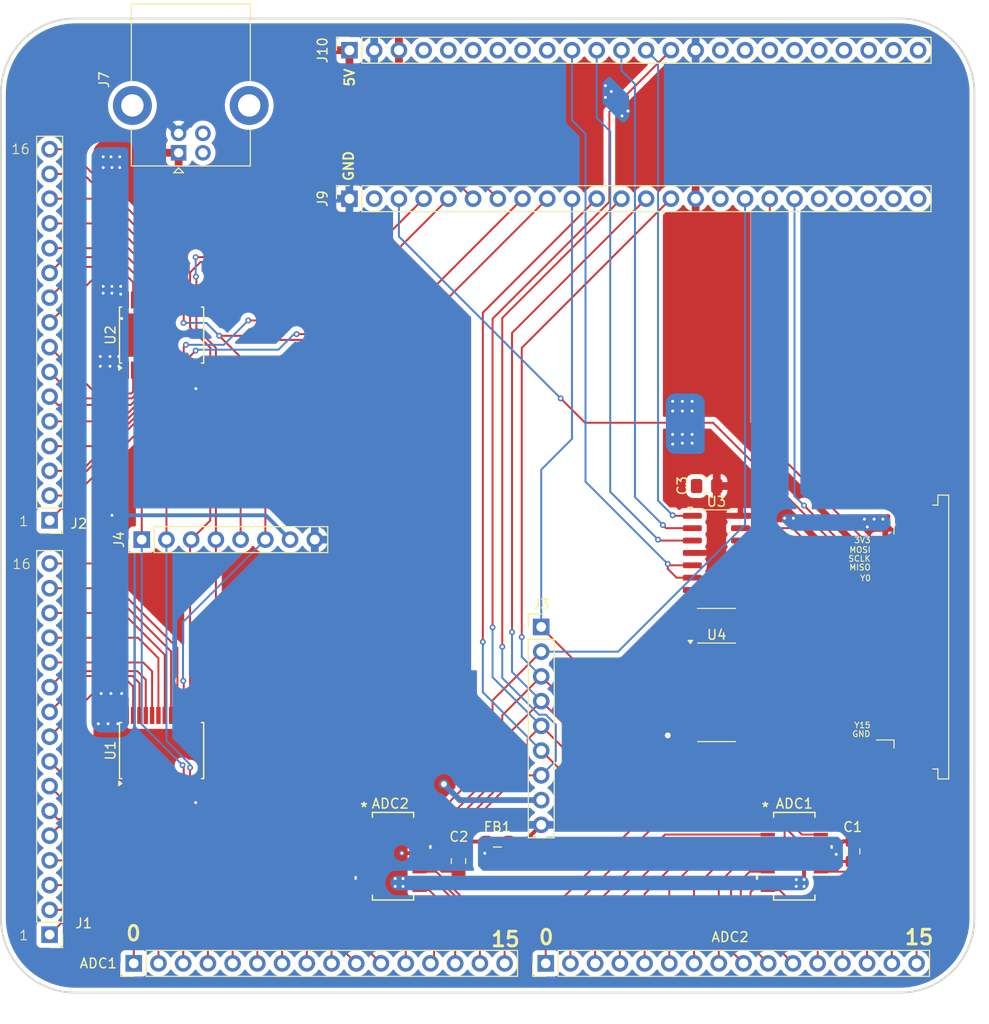
<source format=kicad_pcb>
(kicad_pcb (version 20240108) (generator "pcbnew") (generator_version "8.0")
  (layers (0 "F.Cu" signal) (31 "B.Cu" signal) (34 "B.Paste" user) (35 "F.Paste" user) (36 "B.SilkS" user "B.Silkscreen") (37 "F.SilkS" user "F.Silkscreen") (38 "B.Mask" user) (39 "F.Mask" user) (44 "Edge.Cuts" user))
  (net 0 "")
  (net 1 "/ADC1_AIN8")
  (net 2 "/ADC1_AIN3")
  (net 3 "+5V")
  (net 4 "/SCLK")
  (net 5 "/EOC1")
  (net 6 "/ADC1_AIN11")
  (net 7 "/ADC1_AIN9")
  (net 8 "/ADC1_AIN13")
  (net 9 "/ADC1_AIN15")
  (net 10 "/ADC1_AIN6")
  (net 11 "/ADC1_AIN2")
  (net 12 "/MISO")
  (net 13 "/ADC1_AIN0")
  (net 14 "/ADC1_AIN14")
  (net 15 "/MOSI")
  (net 16 "/ADC1_AIN1")
  (net 17 "GNDA")
  (net 18 "/ADC1_AIN5")
  (net 19 "/ADC1_REF")
  (net 20 "/ADC1_AIN12")
  (net 21 "/ADC1_AIN7")
  (net 22 "/ADC1_AIN10")
  (net 23 "/CS1")
  (net 24 "/ADC1_AIN4")
  (net 25 "/ADC2_AIN12")
  (net 26 "/ADC2_AIN4")
  (net 27 "/ADC2_AIN9")
  (net 28 "/ADC2_AIN6")
  (net 29 "/ADC2_AIN7")
  (net 30 "/ADC2_AIN0")
  (net 31 "/ADC2_AIN13")
  (net 32 "/ADC2_AIN11")
  (net 33 "/ADC2_AIN2")
  (net 34 "/CS2")
  (net 35 "/ADC2_AIN3")
  (net 36 "/ADC2_AIN5")
  (net 37 "/ADC2_REF")
  (net 38 "/ADC2_AIN8")
  (net 39 "/ADC2_AIN14")
  (net 40 "/ADC2_AIN1")
  (net 41 "/EOC2")
  (net 42 "/ADC2_AIN15")
  (net 43 "/ADC2_AIN10")
  (net 44 "+3V3")
  (net 45 "GND")
  (net 46 "/CSA3")
  (net 47 "/CSA0")
  (net 48 "/CSA1")
  (net 49 "/CSA2")
  (net 50 "/S3")
  (net 51 "/MOSI1")
  (net 52 "/MISO1")
  (net 53 "/EN1")
  (net 54 "/S1")
  (net 55 "/EN2")
  (net 56 "/S0")
  (net 57 "/SCK1")
  (net 58 "/S2")
  (net 59 "/J4_P2")
  (net 60 "/J4_P15")
  (net 61 "/J4_P9")
  (net 62 "/J4_P7")
  (net 63 "/J4_P4")
  (net 64 "/J4_P3")
  (net 65 "/J4_P10")
  (net 66 "/J4_P16")
  (net 67 "/J4_P8")
  (net 68 "/J4_P12")
  (net 69 "/J4_P6")
  (net 70 "/J4_P11")
  (net 71 "/J4_P1")
  (net 72 "/J4_P13")
  (net 73 "/J4_P14")
  (net 74 "/J4_P5")
  (net 75 "/J5_P13")
  (net 76 "/J5_P6")
  (net 77 "/J5_P14")
  (net 78 "/J5_P3")
  (net 79 "/J5_P8")
  (net 80 "/J5_P1")
  (net 81 "/J5_P2")
  (net 82 "/J5_P7")
  (net 83 "/J5_P16")
  (net 84 "/J5_P9")
  (net 85 "/J5_P5")
  (net 86 "/J5_P12")
  (net 87 "/J5_P4")
  (net 88 "/J5_P11")
  (net 89 "/J5_P15")
  (net 90 "/J5_P10")
  (net 91 "/Y3")
  (net 92 "/Y2")
  (net 93 "/Y15")
  (net 94 "/Y14")
  (net 95 "/Y8")
  (net 96 "/Y4")
  (net 97 "/Y5")
  (net 98 "/Y9")
  (net 99 "/Y7")
  (net 100 "/Y12")
  (net 101 "/Y1")
  (net 102 "/Y13")
  (net 103 "/Y6")
  (net 104 "/Y0")
  (net 105 "/Y11")
  (net 106 "/Y10")
  (footprint "footprints:21-0055H_24_MXM" (layer "F.Cu") (at 166.5 121)
    (property "Reference" "ADC1")
    (property "Value" "MAX11632EEG+T")
  )
  (footprint "Package_SO:SOIC-16_3.9x9.9mm_P1.27mm" (layer "F.Cu") (at 158.525 104.175)
    (property "Reference" "U4")
    (property "Value" "74HC138")
  )
  (footprint "Connector_PinHeader_2.54mm:PinHeader_1x16_P2.54mm_Vertical" (layer "F.Cu") (at 90 86.52 180)
    (property "Reference" "J2")
    (property "Value" "Conn_01x16_Pin")
  )
  (footprint "Connector_USB:USB_B_Lumberg_2411_02_Horizontal" (layer "F.Cu") (at 103.25 48.7875 90)
    (property "Reference" "J7")
    (property "Value" "USB_B")
  )
  (footprint "Inductor_SMD:L_0805_2012Metric_Pad1.05x1.20mm_HandSolder" (layer "F.Cu") (at 136 119.5 180)
    (property "Reference" "FB1")
    (property "Value" "0ohm")
  )
  (footprint "Capacitor_SMD:C_0805_2012Metric_Pad1.18x1.45mm_HandSolder" (layer "F.Cu") (at 132 121.5 90)
    (property "Reference" "C2")
    (property "Value" "104")
  )
  (footprint "Connector_PinHeader_2.54mm:PinHeader_1x16_P2.54mm_Vertical" (layer "F.Cu") (at 98.64 132 90)
    (property "Reference" "ADC1")
    (property "Value" "Conn_01x16_Pin")
  )
  (footprint "Package_SO:SSOP-24_5.3x8.2mm_P0.65mm" (layer "F.Cu") (at 101.5 110.1543 90)
    (property "Reference" "U1")
    (property "Value" "ADS7863ADBQ")
  )
  (footprint "Connector_PinSocket_2.54mm:PinSocket_1x24_P2.54mm_Vertical" (layer "F.Cu") (at 120.8 53.5 90)
    (property "Reference" "J9")
    (property "Value" "DOWNSIDE")
  )
  (footprint "Connector_PinHeader_2.54mm:PinHeader_1x09_P2.54mm_Vertical" (layer "F.Cu") (at 140.5 97.46)
    (property "Reference" "J3")
    (property "Value" "Conn_01x09_Pin")
  )
  (footprint "Package_SO:SOIC-16_3.9x9.9mm_P1.27mm" (layer "F.Cu") (at 158.5 90.5)
    (property "Reference" "U3")
    (property "Value" "74HC138")
  )
  (footprint "footprints:21-0055H_24_MXM" (layer "F.Cu") (at 125.27585 121)
    (property "Reference" "ADC2")
    (property "Value" "MAX11632EEG+T")
  )
  (footprint "Capacitor_SMD:C_0805_2012Metric_Pad1.18x1.45mm_HandSolder" (layer "F.Cu") (at 157.5 83 180)
    (property "Reference" "C3")
    (property "Value" "C")
  )
  (footprint "Connector_PinHeader_2.54mm:PinHeader_1x16_P2.54mm_Vertical" (layer "F.Cu") (at 90 129.05 180)
    (property "Reference" "J1")
    (property "Value" "Conn_01x16_Pin")
  )
  (footprint "Connector_PinSocket_2.54mm:PinSocket_1x24_P2.54mm_Vertical" (layer "F.Cu") (at 120.8 38.26 90)
    (property "Reference" "J10")
    (property "Value" "UPSIDE" (hide yes))
  )
  (footprint "Package_SO:SSOP-24_5.3x8.2mm_P0.65mm" (layer "F.Cu") (at 101.5 67.5 90)
    (property "Reference" "U2")
    (property "Value" "ADS7863ADBQ")
  )
  (footprint "Connector_FFC-FPC:TE_2-84952-1_1x21-1MP_P1.0mm_Horizontal" (layer "F.Cu") (at 177.65 98.5 90)
    (property "Reference" "J8" (hide yes))
    (property "Value" "FPC")
  )
  (footprint "Connector_PinHeader_2.54mm:PinHeader_1x16_P2.54mm_Vertical" (layer "F.Cu") (at 140.96 132 90)
    (property "Reference" "ADC2")
    (property "Value" "Conn_01x16_Pin")
  )
  (footprint "Capacitor_SMD:C_0805_2012Metric_Pad1.18x1.45mm_HandSolder" (layer "F.Cu") (at 172.5 120.5 90)
    (property "Reference" "C1")
    (property "Value" "C")
  )
  (footprint "Connector_PinHeader_2.54mm:PinHeader_1x08_P2.54mm_Vertical" (layer "F.Cu") (at 99.46 88.5 90)
    (property "Reference" "J4")
    (property "Value" "Conn_01x08_Pin")
  )
  (gr_line (start 184.9998 42.62) (end 184.9998 127.3798) (stroke (width 0.2)) (layer "Edge.Cuts"))
  (gr_line (start 177.3798 134.9998) (end 92.62 134.9998) (stroke (width 0.2)) (layer "Edge.Cuts"))
  (gr_line (start 85 127.3798) (end 85 42.62) (stroke (width 0.2)) (layer "Edge.Cuts"))
  (gr_arc (start 92.62 134.9998) (mid 87.231846 132.767954) (end 85 127.3798) (stroke (width 0.2)) (layer "Edge.Cuts"))
  (gr_arc (start 177.3798 35) (mid 182.767954 37.231846) (end 184.9998 42.62) (stroke (width 0.2)) (layer "Edge.Cuts"))
  (gr_arc (start 85 42.62) (mid 87.231846 37.231846) (end 92.62 35) (stroke (width 0.2)) (layer "Edge.Cuts"))
  (gr_line (start 92.62 35) (end 177.3798 35) (stroke (width 0.2)) (layer "Edge.Cuts"))
  (gr_arc (start 184.9998 127.3798) (mid 182.767954 132.767954) (end 177.3798 134.9998) (stroke (width 0.2)) (layer "Edge.Cuts"))
  (gr_text "15" (at 135.2 130.4 0) (layer "F.SilkS") (effects (font (size 1.5 1.5) (thickness 0.3) (bold yes)) (justify left bottom)))
  (gr_text "GND" (at 121.3 51.8 90) (layer "F.SilkS") (effects (font (size 1 1) (thickness 0.2) (bold yes)) (justify left bottom)))
  (gr_text "3V3" (at 172.6 88.9 0) (layer "F.SilkS") (effects (font (size 0.6 0.6) (thickness 0.1)) (justify left bottom)))
  (gr_text "0\n" (at 97.7 129.8 0) (layer "F.SilkS") (effects (font (size 1.5 1.5) (thickness 0.3) (bold yes)) (justify left bottom)))
  (gr_text "Y0" (at 173.2 92.8 0) (layer "F.SilkS") (effects (font (size 0.6 0.6) (thickness 0.1)) (justify left bottom)))
  (gr_text "MISO" (at 172.1 91.7 0) (layer "F.SilkS") (effects (font (size 0.6 0.6) (thickness 0.1)) (justify left bottom)))
  (gr_text "0" (at 140.1 130.2 0) (layer "F.SilkS") (effects (font (size 1.5 1.5) (thickness 0.3) (bold yes)) (justify left bottom)))
  (gr_text "SCLK\n" (at 172 90.8 0) (layer "F.SilkS") (effects (font (size 0.6 0.6) (thickness 0.1)) (justify left bottom)))
  (gr_text "5V" (at 121.4 42.1 90) (layer "F.SilkS") (effects (font (size 1 1) (thickness 0.2) (bold yes)) (justify left bottom)))
  (gr_text "16\n" (at 86.1 91.6 0) (layer "F.SilkS") (effects (font (size 1 1) (thickness 0.1)) (justify left bottom)))
  (gr_text "15" (at 177.7 130.2 0) (layer "F.SilkS") (effects (font (size 1.5 1.5) (thickness 0.3) (bold yes)) (justify left bottom)))
  (gr_text "Y15" (at 172.6 107.9 0) (layer "F.SilkS") (effects (font (size 0.6 0.6) (thickness 0.1)) (justify left bottom)))
  (gr_text "1\n" (at 86.8 129.7 0) (layer "F.SilkS") (effects (font (size 1 1) (thickness 0.1)) (justify left bottom)))
  (gr_text "MOSI" (at 172.1 89.9 0) (layer "F.SilkS") (effects (font (size 0.6 0.6) (thickness 0.1)) (justify left bottom)))
  (gr_text "1" (at 86.8 87.2 0) (layer "F.SilkS") (effects (font (size 1 1) (thickness 0.1)) (justify left bottom)))
  (gr_text "16\n" (at 86 49 0) (layer "F.SilkS") (effects (font (size 1 1) (thickness 0.1)) (justify left bottom)))
  (gr_text "GND" (at 172.4 108.8 0) (layer "F.SilkS") (effects (font (size 0.6 0.6) (thickness 0.1)) (justify left bottom)))
  (segment (start 163.77585 122.5875) (end 161.9125 122.5875) (width 0.2) (layer "F.Cu") (net 1))
  (segment (start 160 130.72) (end 161.28 132) (width 0.2) (layer "F.Cu") (net 1))
  (segment (start 161.9125 122.5875) (end 160 124.5) (width 0.2) (layer "F.Cu") (net 1))
  (segment (start 160 124.5) (end 160 130.72) (width 0.2) (layer "F.Cu") (net 1))
  (segment (start 148.58 125.42) (end 148.58 132) (width 0.2) (layer "F.Cu") (net 2))
  (segment (start 163.77585 119.4125) (end 154.5875 119.4125) (width 0.2) (layer "F.Cu") (net 2))
  (segment (start 154.5875 119.4125) (end 148.58 125.42) (width 0.2) (layer "F.Cu") (net 2))
  (segment (start 97.4 65.8) (end 97.925 65.275) (width 0.4) (layer "F.Cu") (net 3))
  (segment (start 97.925 70.025) (end 97.925 71.1) (width 0.4) (layer "F.Cu") (net 3))
  (segment (start 97.1 69.7) (end 97.6 69.7) (width 0.4) (layer "F.Cu") (net 3))
  (segment (start 167.5 121.3) (end 167.5 123.4) (width 0.4) (layer "F.Cu") (net 3))
  (segment (start 97.925 104.825) (end 97.925 106.5543) (width 0.4) (layer "F.Cu") (net 3))
  (segment (start 169.22415 120.6825) (end 168.1175 120.6825) (width 0.4) (layer "F.Cu") (net 3))
  (segment (start 168.1175 120.6825) (end 167.5 121.3) (width 0.4) (layer "F.Cu") (net 3))
  (segment (start 97.6 69.7) (end 97.925 70.025) (width 0.4) (layer "F.Cu") (net 3))
  (segment (start 97.4 104.3) (end 97.925 104.825) (width 0.4) (layer "F.Cu") (net 3))
  (segment (start 126.1825 120.6825) (end 128 120.6825) (width 0.4) (layer "F.Cu") (net 3))
  (segment (start 97.925 65.275) (end 97.925 63.9) (width 0.4) (layer "F.Cu") (net 3))
  (via (at 95.2 70.7) (size 0.6) (drill 0.3) (layers "F.Cu" "B.Cu") (net 3))
  (via (at 95.5 62.5) (size 0.6) (drill 0.3) (layers "F.Cu" "B.Cu") (net 3))
  (via (at 97.1 69.7) (size 0.6) (drill 0.3) (layers "F.Cu" "B.Cu") (net 3))
  (via (at 96.4 63.2) (size 0.6) (drill 0.3) (layers "F.Cu" "B.Cu") (net 3))
  (via (at 126.1825 120.6825) (size 0.6) (drill 0.3) (layers "F.Cu" "B.Cu") (net 3))
  (via (at 125.5 124.1) (size 0.6) (drill 0.3) (layers "F.Cu" "B.Cu") (net 3))
  (via (at 97.1 70.7) (size 0.6) (drill 0.3) (layers "F.Cu" "B.Cu") (net 3))
  (via (at 97.3 62.5) (size 0.6) (drill 0.3) (layers "F.Cu" "B.Cu") (net 3))
  (via (at 96.4 62.5) (size 0.6) (drill 0.3) (layers "F.Cu" "B.Cu") (net 3))
  (via (at 166.7 124.1) (size 0.6) (drill 0.3) (layers "F.Cu" "B.Cu") (net 3))
  (via (at 96.3 49.2) (size 0.6) (drill 0.3) (layers "F.Cu" "B.Cu") (net 3))
  (via (at 96 107.4) (size 0.6) (drill 0.3) (layers "F.Cu" "B.Cu") (net 3))
  (via (at 96.3 104.3) (size 0.6) (drill 0.3) (layers "F.Cu" "B.Cu") (net 3))
  (via (at 97.2 50.3) (size 0.6) (drill 0.3) (layers "F.Cu" "B.Cu") (net 3))
  (via (at 96.2 70.7) (size 0.6) (drill 0.3) (layers "F.Cu" "B.Cu") (net 3))
  (via (at 95.2 69.7) (size 0.6) (drill 0.3) (layers "F.Cu" "B.Cu") (net 3))
  (via (at 96.2 69.7) (size 0.6) (drill 0.3) (layers "F.Cu" "B.Cu") (net 3))
  (via (at 166.7 123.4) (size 0.6) (drill 0.3) (layers "F.Cu" "B.Cu") (net 3))
  (via (at 95.5 49.2) (size 0.6) (drill 0.3) (layers "F.Cu" "B.Cu") (net 3))
  (via (at 95.5 63.2) (size 0.6) (drill 0.3) (layers "F.Cu" "B.Cu") (net 3))
  (via (at 126.3 124.1) (size 0.6) (drill 0.3) (layers "F.Cu" "B.Cu") (net 3))
  (via (at 130.5 113.6) (size 1) (drill 0.6) (layers "F.Cu" "B.Cu") (net 3))
  (via (at 167.5 123.4) (size 0.6) (drill 0.3) (layers "F.Cu" "B.Cu") (net 3))
  (via (at 125.5 123.3) (size 0.6) (drill 0.3) (layers "F.Cu" "B.Cu") (net 3))
  (via (at 95 107.4) (size 0.6) (drill 0.3) (layers "F.Cu" "B.Cu") (net 3))
  (via (at 95.3 104.3) (size 0.6) (drill 0.3) (layers "F.Cu" "B.Cu") (net 3))
  (via (at 97.4 104.3) (size 0.6) (drill 0.3) (layers "F.Cu" "B.Cu") (net 3))
  (via (at 126.3 123.3) (size 0.6) (drill 0.3) (layers "F.Cu" "B.Cu") (net 3))
  (via (at 97.2 49.2) (size 0.6) (drill 0.3) (layers "F.Cu" "B.Cu") (net 3))
  (via (at 167.5 124.1) (size 0.6) (drill 0.3) (layers "F.Cu" "B.Cu") (net 3))
  (via (at 97.3 63.3) (size 0.6) (drill 0.3) (layers "F.Cu" "B.Cu") (net 3))
  (via (at 96.4 86) (size 0.6) (drill 0.3) (layers "F.Cu" "B.Cu") (net 3))
  (via (at 96.4 50.3) (size 0.6) (drill 0.3) (layers "F.Cu" "B.Cu") (net 3))
  (via (at 95.5 50.3) (size 0.6) (drill 0.3) (layers "F.Cu" "B.Cu") (net 3))
  (via (at 97 107.4) (size 0.6) (drill 0.3) (layers "F.Cu" "B.Cu") (net 3))
  (via (at 97.4 65.8) (size 0.6) (drill 0.3) (layers "F.Cu" "B.Cu") (net 3))
  (segment (start 96.4 86) (end 112.2 86) (width 0.4) (layer "B.Cu") (net 3))
  (segment (start 132.14 115.24) (end 130.5 113.6) (width 0.6) (layer "B.Cu") (net 3))
  (segment (start 112.2 86) (end 114.7 88.5) (width 0.4) (layer "B.Cu") (net 3))
  (segment (start 140.5 115.24) (end 132.14 115.24) (width 0.6) (layer "B.Cu") (net 3))
  (segment (start 139.106827 109.013173) (end 140.5 107.62) (width 0.2) (layer "F.Cu") (net 4))
  (segment (start 166 118.5) (end 166 116.5) (width 0.2) (layer "F.Cu") (net 4))
  (segment (start 166.9125 119.4125) (end 166 118.5) (width 0.2) (layer "F.Cu") (net 4))
  (segment (start 169.22415 119.4125) (end 166.9125 119.4125) (width 0.2) (layer "F.Cu") (net 4))
  (segment (start 130.5875 119.4125) (end 139.106827 110.893173) (width 0.2) (layer "F.Cu") (net 4))
  (segment (start 147.5 53.826346) (end 147.5 44.58) (width 0.2) (layer "F.Cu") (net 4))
  (segment (start 128 119.4125) (end 130.5875 119.4125) (width 0.2) (layer "F.Cu") (net 4))
  (segment (start 139.106827 110.893173) (end 139.106827 109.013173) (width 0.2) (layer "F.Cu") (net 4))
  (segment (start 135.5 97.5) (end 135.5 65.826346) (width 0.2) (layer "F.Cu") (net 4))
  (segment (start 163.5 114) (end 146.88 114) (width 0.2) (layer "F.Cu") (net 4))
  (segment (start 135.5 65.826346) (end 147.5 53.826346) (width 0.2) (layer "F.Cu") (net 4))
  (segment (start 166 116.5) (end 163.5 114) (width 0.2) (layer "F.Cu") (net 4))
  (segment (start 147.5 44.58) (end 153.82 38.26) (width 0.2) (layer "F.Cu") (net 4))
  (segment (start 146.88 114) (end 140.5 107.62) (width 0.2) (layer "F.Cu") (net 4))
  (via (at 135.5 97.5) (size 0.6) (drill 0.3) (layers "F.Cu" "B.Cu") (net 4))
  (segment (start 135.5 102.62) (end 135.5 97.5) (width 0.2) (layer "B.Cu") (net 4))
  (segment (start 140.5 107.62) (end 135.5 102.62) (width 0.2) (layer "B.Cu") (net 4))
  (segment (start 140.5 97.5) (end 140.5 97.46) (width 0.2) (layer "F.Cu") (net 5))
  (segment (start 168.0075 117.5075) (end 167.5 117) (width 0.2) (layer "F.Cu") (net 5))
  (segment (start 169.22415 117.5075) (end 168.0075 117.5075) (width 0.2) (layer "F.Cu") (net 5))
  (segment (start 154 111) (end 140.5 97.5) (width 0.2) (layer "F.Cu") (net 5))
  (segment (start 167.5 117) (end 167.5 115.5) (width 0.2) (layer "F.Cu") (net 5))
  (segment (start 163 111) (end 154 111) (width 0.2) (layer "F.Cu") (net 5))
  (segment (start 167.5 115.5) (end 163 111) (width 0.2) (layer "F.Cu") (net 5))
  (segment (start 140.5 81.32) (end 143.66 78.16) (width 0.2) (layer "B.Cu") (net 5))
  (segment (start 140.5 97.46) (end 140.5 81.32) (width 0.2) (layer "B.Cu") (net 5))
  (segment (start 143.66 78.16) (end 143.66 53.5) (width 0.2) (layer "B.Cu") (net 5))
  (segment (start 163.77585 124.4925) (end 164.9925 124.4925) (width 0.2) (layer "F.Cu") (net 6))
  (segment (start 163.5075 124.4925) (end 163.5 124.5) (width 0.2) (layer "F.Cu") (net 6))
  (segment (start 163.77585 124.4925) (end 163.5075 124.4925) (width 0.2) (layer "F.Cu") (net 6))
  (segment (start 168.9 128.4) (end 168.9 132) (width 0.2) (layer "F.Cu") (net 6))
  (segment (start 164.9925 124.4925) (end 168.9 128.4) (width 0.2) (layer "F.Cu") (net 6))
  (segment (start 163.77585 123.2225) (end 162.2775 123.2225) (width 0.2) (layer "F.Cu") (net 7))
  (segment (start 162.2775 123.2225) (end 161 124.5) (width 0.2) (layer "F.Cu") (net 7))
  (segment (start 161 124.5) (end 161 129.18) (width 0.2) (layer "F.Cu") (net 7))
  (segment (start 161 129.18) (end 163.82 132) (width 0.2) (layer "F.Cu") (net 7))
  (segment (start 169.22415 123.8575) (end 171.8575 123.8575) (width 0.2) (layer "F.Cu") (net 8))
  (segment (start 171.8575 123.8575) (end 173.98 125.98) (width 0.2) (layer "F.Cu") (net 8))
  (segment (start 173.98 125.98) (end 173.98 132) (width 0.2) (layer "F.Cu") (net 8))
  (segment (start 169.22415 122.5875) (end 173.5875 122.5875) (width 0.2) (layer "F.Cu") (net 9))
  (segment (start 179.06 128.06) (end 179.06 132) (width 0.2) (layer "F.Cu") (net 9))
  (segment (start 173.5875 122.5875) (end 179.06 128.06) (width 0.2) (layer "F.Cu") (net 9))
  (segment (start 156.2 124.3) (end 156.2 132) (width 0.2) (layer "F.Cu") (net 10))
  (segment (start 163.77585 121.3175) (end 159.1825 121.3175) (width 0.2) (layer "F.Cu") (net 10))
  (segment (start 159.1825 121.3175) (end 156.2 124.3) (width 0.2) (layer "F.Cu") (net 10))
  (segment (start 153.2225 118.7775) (end 146.04 125.96) (width 0.2) (layer "F.Cu") (net 11))
  (segment (start 146.04 125.96) (end 146.04 132) (width 0.2) (layer "F.Cu") (net 11))
  (segment (start 163.77585 118.7775) (end 153.2225 118.7775) (width 0.2) (layer "F.Cu") (net 11))
  (segment (start 136.5 106.54) (end 136.5 111.5) (width 0.2) (layer "F.Cu") (net 12))
  (segment (start 138.5 68.82) (end 153.82 53.5) (width 0.2) (layer "F.Cu") (net 12))
  (segment (start 136.5 111.5) (end 129.8575 118.1425) (width 0.2) (layer "F.Cu") (net 12))
  (segment (start 163 112) (end 149.96 112) (width 0.2) (layer "F.Cu") (net 12))
  (segment (start 140.5 102.54) (end 136.5 106.54) (width 0.2) (layer "F.Cu") (net 12))
  (segment (start 167.6425 118.1425) (end 167 117.5) (width 0.2) (layer "F.Cu") (net 12))
  (segment (start 149.96 112) (end 140.5 102.54) (width 0.2) (layer "F.Cu") (net 12))
  (segment (start 167 116) (end 163 112) (width 0.2) (layer "F.Cu") (net 12))
  (segment (start 167 117.5) (end 167 116) (width 0.2) (layer "F.Cu") (net 12))
  (segment (start 169.22415 118.1425) (end 167.6425 118.1425) (width 0.2) (layer "F.Cu") (net 12))
  (segment (start 138.5 98.5) (end 138.5 68.82) (width 0.2) (layer "F.Cu") (net 12))
  (segment (start 129.8575 118.1425) (end 128 118.1425) (width 0.2) (layer "F.Cu") (net 12))
  (via (at 138.5 98.5) (size 0.6) (drill 0.3) (layers "F.Cu" "B.Cu") (net 12))
  (segment (start 138.5 100.54) (end 138.5 98.5) (width 0.2) (layer "B.Cu") (net 12))
  (segment (start 140.5 102.54) (end 138.5 100.54) (width 0.2) (layer "B.Cu") (net 12))
  (segment (start 163.77585 117.5075) (end 150.4925 117.5075) (width 0.2) (layer "F.Cu") (net 13))
  (segment (start 140.96 127.04) (end 140.96 132) (width 0.2) (layer "F.Cu") (net 13))
  (segment (start 150.4925 117.5075) (end 140.96 127.04) (width 0.2) (layer "F.Cu") (net 13))
  (segment (start 169.22415 123.2225) (end 172.7225 123.2225) (width 0.2) (layer "F.Cu") (net 14))
  (segment (start 172.7225 123.2225) (end 176.52 127.02) (width 0.2) (layer "F.Cu") (net 14))
  (segment (start 176.52 127.02) (end 176.52 132) (width 0.2) (layer "F.Cu") (net 14))
  (segment (start 166.5 118) (end 166.5 116.434315) (width 0.2) (layer "F.Cu") (net 15))
  (segment (start 137.5 67.28) (end 137.5 98) (width 0.2) (layer "F.Cu") (net 15))
  (segment (start 137.5 108.08) (end 140.5 105.08) (width 0.2) (layer "F.Cu") (net 15))
  (segment (start 151.28 53.5) (end 137.5 67.28) (width 0.2) (layer "F.Cu") (net 15))
  (segment (start 167.2775 118.7775) (end 166.5 118) (width 0.2) (layer "F.Cu") (net 15))
  (segment (start 137.5 111.5) (end 137.5 108.08) (width 0.2) (layer "F.Cu") (net 15))
  (segment (start 169.22415 118.7775) (end 167.2775 118.7775) (width 0.2) (layer "F.Cu") (net 15))
  (segment (start 128 118.7775) (end 130.2225 118.7775) (width 0.2) (layer "F.Cu") (net 15))
  (segment (start 163.065685 113) (end 148.42 113) (width 0.2) (layer "F.Cu") (net 15))
  (segment (start 166.5 116.434315) (end 163.065685 113) (width 0.2) (layer "F.Cu") (net 15))
  (segment (start 130.2225 118.7775) (end 137.5 111.5) (width 0.2) (layer "F.Cu") (net 15))
  (segment (start 148.42 113) (end 140.5 105.08) (width 0.2) (layer "F.Cu") (net 15))
  (via (at 137.5 98) (size 0.6) (drill 0.3) (layers "F.Cu" "B.Cu") (net 15))
  (segment (start 137.5 102.08) (end 140.5 105.08) (width 0.2) (layer "B.Cu") (net 15))
  (segment (start 137.5 98) (end 137.5 102.08) (width 0.2) (layer "B.Cu") (net 15))
  (segment (start 143.5 126.5) (end 151.8575 118.1425) (width 0.2) (layer "F.Cu") (net 16))
  (segment (start 151.8575 118.1425) (end 163.77585 118.1425) (width 0.2) (layer "F.Cu") (net 16))
  (segment (start 143.5 132) (end 143.5 126.5) (width 0.2) (layer "F.Cu") (net 16))
  (segment (start 132.3 119.5) (end 132 119.8) (width 0.4) (layer "F.Cu") (net 17))
  (segment (start 170.80735 120.19265) (end 171.5375 119.4625) (width 0.4) (layer "F.Cu") (net 17))
  (segment (start 171.5375 119.4625) (end 172.5 119.4625) (width 0.4) (layer "F.Cu") (net 17))
  (segment (start 128.93025 121.3175) (end 129.74775 120.5) (width 0.3) (layer "F.Cu") (net 17))
  (segment (start 128 121.3175) (end 128.93025 121.3175) (width 0.3) (layer "F.Cu") (net 17))
  (segment (start 129.74775 120.5) (end 131.9625 120.5) (width 0.3) (layer "F.Cu") (net 17))
  (segment (start 170.2972 121.3175) (end 169.22415 121.3175) (width 0.4) (layer "F.Cu") (net 17))
  (segment (start 134.85 119.5) (end 132.3 119.5) (width 0.4) (layer "F.Cu") (net 17))
  (segment (start 131.9625 120.5) (end 132 120.4625) (width 0.3) (layer "F.Cu") (net 17))
  (segment (start 134.7 120.7) (end 134.85 120.55) (width 0.4) (layer "F.Cu") (net 17))
  (segment (start 132 119.8) (end 132 120.4625) (width 0.4) (layer "F.Cu") (net 17))
  (segment (start 134.85 120.55) (end 134.85 119.5) (width 0.4) (layer "F.Cu") (net 17))
  (segment (start 170.80735 120.80735) (end 170.2972 121.3175) (width 0.4) (layer "F.Cu") (net 17))
  (segment (start 170.80735 120.80735) (end 170.80735 120.19265) (width 0.4) (layer "F.Cu") (net 17))
  (via (at 134.7 120.7) (size 0.6) (drill 0.3) (layers "F.Cu" "B.Cu") (net 17))
  (via (at 170.80735 120.80735) (size 0.6) (drill 0.3) (layers "F.Cu" "B.Cu") (net 17))
  (segment (start 163.77585 120.6825) (end 157.3175 120.6825) (width 0.2) (layer "F.Cu") (net 18))
  (segment (start 153.66 124.34) (end 153.66 132) (width 0.2) (layer "F.Cu") (net 18))
  (segment (start 157.3175 120.6825) (end 153.66 124.34) (width 0.2) (layer "F.Cu") (net 18))
  (segment (start 170.5475 121.9525) (end 170.9625 121.5375) (width 0.3) (layer "F.Cu") (net 19))
  (segment (start 170.9625 121.5375) (end 172.5 121.5375) (width 0.3) (layer "F.Cu") (net 19))
  (segment (start 169.22415 121.9525) (end 170.5475 121.9525) (width 0.3) (layer "F.Cu") (net 19))
  (segment (start 171.44 125.44) (end 171.44 132) (width 0.2) (layer "F.Cu") (net 20))
  (segment (start 169.22415 124.4925) (end 170.4925 124.4925) (width 0.2) (layer "F.Cu") (net 20))
  (segment (start 170.4925 124.4925) (end 171.44 125.44) (width 0.2) (layer "F.Cu") (net 20))
  (segment (start 160.5475 121.9525) (end 158.74 123.76) (width 0.2) (layer "F.Cu") (net 21))
  (segment (start 163.77585 121.9525) (end 160.5475 121.9525) (width 0.2) (layer "F.Cu") (net 21))
  (segment (start 158.74 123.76) (end 158.74 132) (width 0.2) (layer "F.Cu") (net 21))
  (segment (start 162.8456 123.8575) (end 162 124.7031) (width 0.2) (layer "F.Cu") (net 22))
  (segment (start 163.77585 123.8575) (end 162.8456 123.8575) (width 0.2) (layer "F.Cu") (net 22))
  (segment (start 162 124.7031) (end 162 127.64) (width 0.2) (layer "F.Cu") (net 22))
  (segment (start 162 127.64) (end 166.36 132) (width 0.2) (layer "F.Cu") (net 22))
  (segment (start 145.34 115) (end 140.5 110.16) (width 0.2) (layer "F.Cu") (net 23))
  (segment (start 166.5475 120.0475) (end 165.5 119) (width 0.2) (layer "F.Cu") (net 23))
  (segment (start 134.5 65.2) (end 146.2 53.5) (width 0.2) (layer "F.Cu") (net 23))
  (segment (start 163.5 115) (end 145.34 115) (width 0.2) (layer "F.Cu") (net 23))
  (segment (start 134.5 99) (end 134.5 65.2) (width 0.2) (layer "F.Cu") (net 23))
  (segment (start 169.22415 120.0475) (end 166.5475 120.0475) (width 0.2) (layer "F.Cu") (net 23))
  (segment (start 165.5 117) (end 163.5 115) (width 0.2) (layer "F.Cu") (net 23))
  (segment (start 165.5 119) (end 165.5 117) (width 0.2) (layer "F.Cu") (net 23))
  (via (at 134.5 99) (size 0.6) (drill 0.3) (layers "F.Cu" "B.Cu") (net 23))
  (segment (start 134.5 104.16) (end 140.5 110.16) (width 0.2) (layer "B.Cu") (net 23))
  (segment (start 134.5 99) (end 134.5 104.16) (width 0.2) (layer "B.Cu") (net 23))
  (segment (start 163.77585 120.0475) (end 155.9525 120.0475) (width 0.2) (layer "F.Cu") (net 24))
  (segment (start 151.12 124.88) (end 151.12 132) (width 0.2) (layer "F.Cu") (net 24))
  (segment (start 155.9525 120.0475) (end 151.12 124.88) (width 0.2) (layer "F.Cu") (net 24))
  (segment (start 129.5 125) (end 129.5 131.62) (width 0.2) (layer "F.Cu") (net 25))
  (segment (start 129.5 131.62) (end 129.12 132) (width 0.2) (layer "F.Cu") (net 25))
  (segment (start 128.9925 124.4925) (end 129.5 125) (width 0.2) (layer "F.Cu") (net 25))
  (segment (start 128 124.4925) (end 128.9925 124.4925) (width 0.2) (layer "F.Cu") (net 25))
  (segment (start 112.4525 120.0475) (end 108.8 123.7) (width 0.2) (layer "F.Cu") (net 26))
  (segment (start 122.5517 120.0475) (end 112.4525 120.0475) (width 0.2) (layer "F.Cu") (net 26))
  (segment (start 108.8 123.7) (end 108.8 132) (width 0.2) (layer "F.Cu") (net 26))
  (segment (start 121.2775 123.2225) (end 120 124.5) (width 0.2) (layer "F.Cu") (net 27))
  (segment (start 120 124.5) (end 120 130.5) (width 0.2) (layer "F.Cu") (net 27))
  (segment (start 122.5517 123.2225) (end 121.2775 123.2225) (width 0.2) (layer "F.Cu") (net 27))
  (segment (start 120 130.5) (end 121.5 132) (width 0.2) (layer "F.Cu") (net 27))
  (segment (start 122.5517 121.3175) (end 116.6825 121.3175) (width 0.2) (layer "F.Cu") (net 28))
  (segment (start 116.6825 121.3175) (end 113.88 124.12) (width 0.2) (layer "F.Cu") (net 28))
  (segment (start 113.88 124.12) (end 113.88 132) (width 0.2) (layer "F.Cu") (net 28))
  (segment (start 116.42 123.58) (end 116.42 132) (width 0.2) (layer "F.Cu") (net 29))
  (segment (start 122.5517 121.9525) (end 118.0475 121.9525) (width 0.2) (layer "F.Cu") (net 29))
  (segment (start 118.0475 121.9525) (end 116.42 123.58) (width 0.2) (layer "F.Cu") (net 29))
  (segment (start 104.5 117.5) (end 98.64 123.36) (width 0.2) (layer "F.Cu") (net 30))
  (segment (start 122.5517 117.5075) (end 121.62145 117.5075) (width 0.2) (layer "F.Cu") (net 30))
  (segment (start 98.64 123.36) (end 98.64 132) (width 0.2) (layer "F.Cu") (net 30))
  (segment (start 121.62145 117.5075) (end 121.61395 117.5) (width 0.2) (layer "F.Cu") (net 30))
  (segment (start 121.61395 117.5) (end 104.5 117.5) (width 0.2) (layer "F.Cu") (net 30))
  (segment (start 131.66 125.66) (end 131.66 132) (width 0.2) (layer "F.Cu") (net 31))
  (segment (start 129.8575 123.8575) (end 131.66 125.66) (width 0.2) (layer "F.Cu") (net 31))
  (segment (start 128 123.8575) (end 129.8575 123.8575) (width 0.2) (layer "F.Cu") (net 31))
  (segment (start 122.5517 124.4925) (end 123.4925 124.4925) (width 0.2) (layer "F.Cu") (net 32))
  (segment (start 123.4925 124.4925) (end 126.58 127.58) (width 0.2) (layer "F.Cu") (net 32))
  (segment (start 126.58 127.58) (end 126.58 132) (width 0.2) (layer "F.Cu") (net 32))
  (segment (start 107.2225 118.7775) (end 103.72 122.28) (width 0.2) (layer "F.Cu") (net 33))
  (segment (start 122.5517 118.7775) (end 107.2225 118.7775) (width 0.2) (layer "F.Cu") (net 33))
  (segment (start 103.72 122.28) (end 103.72 132) (width 0.2) (layer "F.Cu") (net 33))
  (segment (start 136.5 99.5) (end 136.5 65.74) (width 0.2) (layer "F.Cu") (net 34))
  (segment (start 130.817756 120.0475) (end 138.165256 112.7) (width 0.2) (layer "F.Cu") (net 34))
  (segment (start 138.165256 112.7) (end 140.5 112.7) (width 0.2) (layer "F.Cu") (net 34))
  (segment (start 136.5 65.74) (end 148.74 53.5) (width 0.2) (layer "F.Cu") (net 34))
  (segment (start 128 120.0475) (end 130.817756 120.0475) (width 0.2) (layer "F.Cu") (net 34))
  (via (at 136.5 99.5) (size 0.6) (drill 0.3) (layers "F.Cu" "B.Cu") (net 34))
  (segment (start 142 111.2) (end 140.5 112.7) (width 0.2) (layer "B.Cu") (net 34))
  (segment (start 142 107.493654) (end 142 111.2) (width 0.2) (layer "B.Cu") (net 34))
  (segment (start 140.976346 106.47) (end 142 107.493654) (width 0.2) (layer "B.Cu") (net 34))
  (segment (start 140.263654 106.47) (end 140.976346 106.47) (width 0.2) (layer "B.Cu") (net 34))
  (segment (start 136.5 102.706346) (end 140.263654 106.47) (width 0.2) (layer "B.Cu") (net 34))
  (segment (start 136.5 99.5) (end 136.5 102.706346) (width 0.2) (layer "B.Cu") (net 34))
  (segment (start 106.26 122.24) (end 106.26 132) (width 0.2) (layer "F.Cu") (net 35))
  (segment (start 122.5517 119.4125) (end 109.0875 119.4125) (width 0.2) (layer "F.Cu") (net 35))
  (segment (start 109.0875 119.4125) (end 106.26 122.24) (width 0.2) (layer "F.Cu") (net 35))
  (segment (start 111.34 124.16) (end 111.34 132) (width 0.2) (layer "F.Cu") (net 36))
  (segment (start 122.5517 120.6825) (end 114.8175 120.6825) (width 0.2) (layer "F.Cu") (net 36))
  (segment (start 114.8175 120.6825) (end 111.34 124.16) (width 0.2) (layer "F.Cu") (net 36))
  (segment (start 130.305268 122.5375) (end 132 122.5375) (width 0.3) (layer "F.Cu") (net 37))
  (segment (start 129.720268 121.9525) (end 130.305268 122.5375) (width 0.3) (layer "F.Cu") (net 37))
  (segment (start 128 121.9525) (end 129.720268 121.9525) (width 0.3) (layer "F.Cu") (net 37))
  (segment (start 122.5517 122.5875) (end 120.4125 122.5875) (width 0.2) (layer "F.Cu") (net 38))
  (segment (start 118.96 124.04) (end 118.96 132) (width 0.2) (layer "F.Cu") (net 38))
  (segment (start 120.4125 122.5875) (end 118.96 124.04) (width 0.2) (layer "F.Cu") (net 38))
  (segment (start 134.2 127.634314) (end 134.2 132) (width 0.2) (layer "F.Cu") (net 39))
  (segment (start 129.788186 123.2225) (end 134.2 127.634314) (width 0.2) (layer "F.Cu") (net 39))
  (segment (start 128 123.2225) (end 129.788186 123.2225) (width 0.2) (layer "F.Cu") (net 39))
  (segment (start 122.5517 118.1425) (end 106.3575 118.1425) (width 0.2) (layer "F.Cu") (net 40))
  (segment (start 101.18 123.32) (end 101.18 132) (width 0.2) (layer "F.Cu") (net 40))
  (segment (start 106.3575 118.1425) (end 101.18 123.32) (width 0.2) (layer "F.Cu") (net 40))
  (segment (start 128.9925 117.5075) (end 135.5 111) (width 0.2) (layer "F.Cu") (net 41))
  (segment (start 135.5 111) (end 135.5 105) (width 0.2) (layer "F.Cu") (net 41))
  (segment (start 128 117.5075) (end 128.9925 117.5075) (width 0.2) (layer "F.Cu") (net 41))
  (segment (start 135.5 105) (end 140.5 100) (width 0.2) (layer "F.Cu") (net 41))
  (segment (start 140.5 100) (end 148.4 100) (width 0.2) (layer "B.Cu") (net 41))
  (segment (start 161.44 86.96) (end 161.44 53.5) (width 0.2) (layer "B.Cu") (net 41))
  (segment (start 148.4 100) (end 161.44 86.96) (width 0.2) (layer "B.Cu") (net 41))
  (segment (start 136.74 132) (end 136.74 129.608628) (width 0.2) (layer "F.Cu") (net 42))
  (segment (start 129.718872 122.5875) (end 128 122.5875) (width 0.2) (layer "F.Cu") (net 42))
  (segment (start 136.74 129.608628) (end 129.718872 122.5875) (width 0.2) (layer "F.Cu") (net 42))
  (segment (start 121.62145 123.8575) (end 121 124.47895) (width 0.2) (layer "F.Cu") (net 43))
  (segment (start 121 124.47895) (end 121 128.96) (width 0.2) (layer "F.Cu") (net 43))
  (segment (start 121 128.96) (end 124.04 132) (width 0.2) (layer "F.Cu") (net 43))
  (segment (start 122.5517 123.8575) (end 121.62145 123.8575) (width 0.2) (layer "F.Cu") (net 43))
  (segment (start 158.5375 85.0375) (end 159.555 86.055) (width 0.4) (layer "F.Cu") (net 44))
  (segment (start 158.5375 83) (end 158.5375 85.0375) (width 0.4) (layer "F.Cu") (net 44))
  (segment (start 159.555 86.055) (end 160.975 86.055) (width 0.4) (layer "F.Cu") (net 44))
  (via (at 175.6 86.4) (size 0.6) (drill 0.3) (layers "F.Cu" "B.Cu") (net 44))
  (via (at 147.1 41.9) (size 0.6) (drill 0.3) (layers "F.Cu" "B.Cu") (net 44))
  (via (at 147.7 42.5) (size 0.6) (drill 0.3) (layers "F.Cu" "B.Cu") (net 44))
  (via (at 174.7 86.4) (size 0.6) (drill 0.3) (layers "F.Cu" "B.Cu") (net 44))
  (via (at 155 74.3) (size 0.6) (drill 0.3) (layers "F.Cu" "B.Cu") (net 44))
  (via (at 154 77.7) (size 0.6) (drill 0.3) (layers "F.Cu" "B.Cu") (net 44))
  (via (at 155 77.7) (size 0.6) (drill 0.3) (layers "F.Cu" "B.Cu") (net 44))
  (via (at 165.5 86.3) (size 0.6) (drill 0.3) (layers "F.Cu" "B.Cu") (net 44))
  (via (at 156 77.7) (size 0.6) (drill 0.3) (layers "F.Cu" "B.Cu") (net 44))
  (via (at 154 78.7) (size 0.6) (drill 0.3) (layers "F.Cu" "B.Cu") (net 44))
  (via (at 148.8 45) (size 0.6) (drill 0.3) (layers "F.Cu" "B.Cu") (net 44))
  (via (at 166.4 86.3) (size 0.6) (drill 0.3) (layers "F.Cu" "B.Cu") (net 44))
  (via (at 173.7 86.4) (size 0.6) (drill 0.3) (layers "F.Cu" "B.Cu") (net 44))
  (via (at 154 74.3) (size 0.6) (drill 0.3) (layers "F.Cu" "B.Cu") (net 44))
  (via (at 147.1 43.1) (size 0.6) (drill 0.3) (layers "F.Cu" "B.Cu") (net 44))
  (via (at 156 75.3) (size 0.6) (drill 0.3) (layers "F.Cu" "B.Cu") (net 44))
  (via (at 156 74.3) (size 0.6) (drill 0.3) (layers "F.Cu" "B.Cu") (net 44))
  (via (at 154 75.3) (size 0.6) (drill 0.3) (layers "F.Cu" "B.Cu") (net 44))
  (via (at 155 78.6) (size 0.6) (drill 0.3) (layers "F.Cu" "B.Cu") (net 44))
  (via (at 174 87.2) (size 0.6) (drill 0.3) (layers "F.Cu" "B.Cu") (net 44))
  (via (at 156 78.6) (size 0.6) (drill 0.3) (layers "F.Cu" "B.Cu") (net 44))
  (via (at 149.4 44.5) (size 0.6) (drill 0.3) (layers "F.Cu" "B.Cu") (net 44))
  (via (at 155 75.3) (size 0.6) (drill 0.3) (layers "F.Cu" "B.Cu") (net 44))
  (segment (start 105.075 71.1) (end 105.075 72.95) (width 0.3) (layer "F.Cu") (net 45))
  (segment (start 105.075 113.7543) (end 105.075 115.425) (width 0.3) (layer "F.Cu") (net 45))
  (segment (start 105.075 115.425) (end 105 115.5) (width 0.3) (layer "F.Cu") (net 45))
  (segment (start 138.78 119.5) (end 140.5 117.78) (width 0.4) (layer "F.Cu") (net 45))
  (segment (start 137.15 119.5) (end 138.78 119.5) (width 0.4) (layer "F.Cu") (net 45))
  (segment (start 153.52 108.62) (end 153.5 108.6) (width 0.5) (layer "F.Cu") (net 45))
  (segment (start 156.05 108.62) (end 153.52 108.62) (width 0.5) (layer "F.Cu") (net 45))
  (segment (start 105.075 72.95) (end 105.025 73) (width 0.3) (layer "F.Cu") (net 45))
  (via (at 105.025 73) (size 0.6) (drill 0.3) (layers "F.Cu" "B.Cu") (net 45))
  (via (at 105 115.5) (size 0.6) (drill 0.3) (layers "F.Cu" "B.Cu") (net 45))
  (via (at 153.5 108.6) (size 1) (drill 0.6) (layers "F.Cu" "B.Cu") (net 45))
  (segment (start 156.025 91.135) (end 153.635 91.135) (width 0.2) (layer "F.Cu") (net 46))
  (segment (start 154.405 92.405) (end 156.025 92.405) (width 0.2) (layer "F.Cu") (net 46))
  (segment (start 153.635 91.135) (end 153.5 91) (width 0.2) (layer "F.Cu") (net 46))
  (segment (start 153.5 91.5) (end 154.405 92.405) (width 0.2) (layer "F.Cu") (net 46))
  (segment (start 153.5 91) (end 153.5 91.5) (width 0.2) (layer "F.Cu") (net 46))
  (via (at 153.5 91) (size 0.6) (drill 0.3) (layers "F.Cu" "B.Cu") (net 46))
  (segment (start 153.5 91) (end 145.05 82.55) (width 0.2) (layer "B.Cu") (net 46))
  (segment (start 143.66 45.46) (end 143.66 38.26) (width 0.2) (layer "B.Cu") (net 46))
  (segment (start 145.05 82.55) (end 145.05 46.85) (width 0.2) (layer "B.Cu") (net 46))
  (segment (start 145.05 46.85) (end 143.66 45.46) (width 0.2) (layer "B.Cu") (net 46))
  (segment (start 154.055 86.055) (end 154 86) (width 0.2) (layer "F.Cu") (net 47))
  (segment (start 156.025 86.055) (end 154.055 86.055) (width 0.2) (layer "F.Cu") (net 47))
  (via (at 154 86) (size 0.6) (drill 0.3) (layers "F.Cu" "B.Cu") (net 47))
  (segment (start 152.5 39.48) (end 151.28 38.26) (width 0.2) (layer "B.Cu") (net 47))
  (segment (start 154 86) (end 152.5 84.5) (width 0.2) (layer "B.Cu") (net 47))
  (segment (start 152.5 84.5) (end 152.5 39.48) (width 0.2) (layer "B.Cu") (net 47))
  (segment (start 153.325 87.325) (end 153 87) (width 0.2) (layer "F.Cu") (net 48))
  (segment (start 156.025 87.325) (end 153.325 87.325) (width 0.2) (layer "F.Cu") (net 48))
  (via (at 153 87) (size 0.6) (drill 0.3) (layers "F.Cu" "B.Cu") (net 48))
  (segment (start 150.13 41.73) (end 148.74 40.34) (width 0.2) (layer "B.Cu") (net 48))
  (segment (start 150.13 84.13) (end 150.13 41.73) (width 0.2) (layer "B.Cu") (net 48))
  (segment (start 148.74 40.34) (end 148.74 38.26) (width 0.2) (layer "B.Cu") (net 48))
  (segment (start 153 87) (end 150.13 84.13) (width 0.2) (layer "B.Cu") (net 48))
  (segment (start 152.595 88.595) (end 152.5 88.5) (width 0.2) (layer "F.Cu") (net 49))
  (segment (start 156.025 88.595) (end 152.595 88.595) (width 0.2) (layer "F.Cu") (net 49))
  (via (at 152.5 88.5) (size 0.6) (drill 0.3) (layers "F.Cu" "B.Cu") (net 49))
  (segment (start 152.5 88.5) (end 147.59 83.59) (width 0.2) (layer "B.Cu") (net 49))
  (segment (start 146.2 45.2) (end 146.2 38.26) (width 0.2) (layer "B.Cu") (net 49))
  (segment (start 147.59 46.59) (end 146.2 45.2) (width 0.2) (layer "B.Cu") (net 49))
  (segment (start 147.59 83.59) (end 147.59 46.59) (width 0.2) (layer "B.Cu") (net 49))
  (segment (start 116.9 51.1) (end 133.64 51.1) (width 0.2) (layer "F.Cu") (net 50))
  (segment (start 107.08 68.814314) (end 107.08 88.5) (width 0.2) (layer "F.Cu") (net 50))
  (segment (start 133.64 51.1) (end 136.04 53.5) (width 0.2) (layer "F.Cu") (net 50))
  (segment (start 105.075 66.809314) (end 107.08 68.814314) (width 0.2) (layer "F.Cu") (net 50))
  (segment (start 105.075 63.9) (end 105.075 66.809314) (width 0.2) (layer "F.Cu") (net 50))
  (segment (start 107.08 88.5) (end 107.08 101.92) (width 0.2) (layer "F.Cu") (net 50))
  (segment (start 105 59.5) (end 108.5 59.5) (width 0.2) (layer "F.Cu") (net 50))
  (segment (start 105.075 103.925) (end 105.075 106.5543) (width 0.2) (layer "F.Cu") (net 50))
  (segment (start 105.075 61.55) (end 105.075 63.9) (width 0.2) (layer "F.Cu") (net 50))
  (segment (start 107.08 101.92) (end 105.075 103.925) (width 0.2) (layer "F.Cu") (net 50))
  (segment (start 105.025 61.5) (end 105.075 61.55) (width 0.2) (layer "F.Cu") (net 50))
  (segment (start 108.5 59.5) (end 116.9 51.1) (width 0.2) (layer "F.Cu") (net 50))
  (via (at 105.025 61.5) (size 0.6) (drill 0.3) (layers "F.Cu" "B.Cu") (net 50))
  (via (at 105 59.5) (size 0.6) (drill 0.3) (layers "F.Cu" "B.Cu") (net 50))
  (segment (start 105 61.475) (end 105.025 61.5) (width 0.2) (layer "B.Cu") (net 50))
  (segment (start 105 59.5) (end 105 61.475) (width 0.2) (layer "B.Cu") (net 50))
  (segment (start 175.85 89.5) (end 174.65 89.5) (width 0.2) (layer "F.Cu") (net 51))
  (segment (start 174.65 89.5) (end 163.98 78.83) (width 0.2) (layer "F.Cu") (net 51))
  (segment (start 163.98 78.83) (end 163.98 53.5) (width 0.2) (layer "F.Cu") (net 51))
  (segment (start 142.5 74) (end 145 76.5) (width 0.2) (layer "F.Cu") (net 52))
  (segment (start 158.151471 76.5) (end 173.151471 91.5) (width 0.2) (layer "F.Cu") (net 52))
  (segment (start 173.151471 91.5) (end 175.85 91.5) (width 0.2) (layer "F.Cu") (net 52))
  (segment (start 145 76.5) (end 158.151471 76.5) (width 0.2) (layer "F.Cu") (net 52))
  (via (at 142.5 74) (size 0.6) (drill 0.3) (layers "F.Cu" "B.Cu") (net 52))
  (segment (start 142.5 74) (end 125.88 57.38) (width 0.2) (layer "B.Cu") (net 52))
  (segment (start 125.88 57.38) (end 125.88 53.5) (width 0.2) (layer "B.Cu") (net 52))
  (segment (start 110.351471 68.000915) (end 124.079085 68.000915) (width 0.2) (layer "F.Cu") (net 53))
  (segment (start 103.75 66.25) (end 103.775 66.225) (width 0.2) (layer "F.Cu") (net 53))
  (segment (start 124.079085 68.000915) (end 138.58 53.5) (width 0.2) (layer "F.Cu") (net 53))
  (segment (start 103.775 66.225) (end 103.775 63.9) (width 0.2) (layer "F.Cu") (net 53))
  (segment (start 109.62 69.77147) (end 109.62 88.5) (width 0.2) (layer "F.Cu") (net 53))
  (segment (start 107.424265 67.575735) (end 109.926291 67.575735) (width 0.2) (layer "F.Cu") (net 53))
  (segment (start 107.424265 67.575735) (end 109.62 69.77147) (width 0.2) (layer "F.Cu") (net 53))
  (segment (start 109.926291 67.575735) (end 110.351471 68.000915) (width 0.2) (layer "F.Cu") (net 53))
  (via (at 103.75 66.25) (size 0.6) (drill 0.3) (layers "F.Cu" "B.Cu") (net 53))
  (via (at 107.424265 67.575735) (size 0.6) (drill 0.3) (layers "F.Cu" "B.Cu") (net 53))
  (segment (start 107.424265 67.575735) (end 106.09853 66.25) (width 0.2) (layer "B.Cu") (net 53))
  (segment (start 106.09853 66.25) (end 103.75 66.25) (width 0.2) (layer "B.Cu") (net 53))
  (segment (start 104.425 111.9) (end 104.425 113.7543) (width 0.2) (layer "F.Cu") (net 54))
  (segment (start 102 78) (end 102 88.5) (width 0.2) (layer "F.Cu") (net 54))
  (segment (start 104.425 71.1) (end 104.425 75.575) (width 0.2) (layer "F.Cu") (net 54))
  (segment (start 130.96 53.5) (end 117.059085 67.400915) (width 0.2) (layer "F.Cu") (net 54))
  (segment (start 104.425 69.675) (end 104.425 71.1) (width 0.2) (layer "F.Cu") (net 54))
  (segment (start 104.425 75.575) (end 102 78) (width 0.2) (layer "F.Cu") (net 54))
  (segment (start 105 69.1) (end 104.425 69.675) (width 0.2) (layer "F.Cu") (net 54))
  (segment (start 117.059085 67.400915) (end 115.367614 67.400915) (width 0.2) (layer "F.Cu") (net 54))
  (via (at 104.425 111.9) (size 0.6) (drill 0.3) (layers "F.Cu" "B.Cu") (net 54))
  (via (at 115.367614 67.400915) (size 0.6) (drill 0.3) (layers "F.Cu" "B.Cu") (net 54))
  (via (at 105 69.1) (size 0.6) (drill 0.3) (layers "F.Cu" "B.Cu") (net 54))
  (segment (start 105.1 69) (end 113.5 69) (width 0.2) (layer "B.Cu") (net 54))
  (segment (start 102 109.151471) (end 102 88.5) (width 0.2) (layer "B.Cu") (net 54))
  (segment (start 104.425 111.576471) (end 102 109.151471) (width 0.2) (layer "B.Cu") (net 54))
  (segment (start 104.425 111.9) (end 104.425 111.576471) (width 0.2) (layer "B.Cu") (net 54))
  (segment (start 105 69.1) (end 105.1 69) (width 0.2) (layer "B.Cu") (net 54))
  (segment (start 113.5 69) (end 115.099085 67.400915) (width 0.2) (layer "B.Cu") (net 54))
  (segment (start 115.099085 67.400915) (end 115.367614 67.400915) (width 0.2) (layer "B.Cu") (net 54))
  (segment (start 103.725 103) (end 103.775 103.05) (width 0.2) (layer "F.Cu") (net 55))
  (segment (start 112.16 82.46) (end 112.16 88.5) (width 0.2) (layer "F.Cu") (net 55))
  (segment (start 141.12 53.5) (end 112.16 82.46) (width 0.2) (layer "F.Cu") (net 55))
  (segment (start 103.775 103.05) (end 103.775 106.5543) (width 0.2) (layer "F.Cu") (net 55))
  (via (at 103.725 103) (size 0.6) (drill 0.3) (layers "F.Cu" "B.Cu") (net 55))
  (segment (start 103.7 96.96) (end 103.7 102.975) (width 0.2) (layer "B.Cu") (net 55))
  (segment (start 112.16 88.5) (end 103.7 96.96) (width 0.2) (layer "B.Cu") (net 55))
  (segment (start 103.7 102.975) (end 103.725 103) (width 0.2) (layer "B.Cu") (net 55))
  (segment (start 103.775 111.775) (end 103.775 113.7543) (width 0.2) (layer "F.Cu") (net 56))
  (segment (start 103.775 74.225) (end 103.775 71.1) (width 0.2) (layer "F.Cu") (net 56))
  (segment (start 103.65 111.65) (end 103.775 111.775) (width 0.2) (layer "F.Cu") (net 56))
  (segment (start 104 68.5) (end 103.775 68.725) (width 0.2) (layer "F.Cu") (net 56))
  (segment (start 115.92 66) (end 128.42 53.5) (width 0.2) (layer "F.Cu") (net 56))
  (segment (start 103.775 68.725) (end 103.775 71.1) (width 0.2) (layer "F.Cu") (net 56))
  (segment (start 99.46 78.54) (end 103.775 74.225) (width 0.2) (layer "F.Cu") (net 56))
  (segment (start 99.46 88.5) (end 99.46 78.54) (width 0.2) (layer "F.Cu") (net 56))
  (segment (start 110.4 66) (end 115.92 66) (width 0.2) (layer "F.Cu") (net 56))
  (via (at 104 68.5) (size 0.6) (drill 0.3) (layers "F.Cu" "B.Cu") (net 56))
  (via (at 103.65 111.65) (size 0.6) (drill 0.3) (layers "F.Cu" "B.Cu") (net 56))
  (via (at 110.4 66) (size 0.6) (drill 0.3) (layers "F.Cu" "B.Cu") (net 56))
  (segment (start 103.65 111.65) (end 99.46 107.46) (width 0.2) (layer "B.Cu") (net 56))
  (segment (start 104 68.5) (end 107.9 68.5) (width 0.2) (layer "B.Cu") (net 56))
  (segment (start 107.9 68.5) (end 110.4 66) (width 0.2) (layer "B.Cu") (net 56))
  (segment (start 99.46 107.46) (end 99.46 88.5) (width 0.2) (layer "B.Cu") (net 56))
  (segment (start 173 90.5) (end 167.5 85) (width 0.2) (layer "F.Cu") (net 57))
  (segment (start 175.85 90.5) (end 173 90.5) (width 0.2) (layer "F.Cu") (net 57))
  (via (at 167.5 85) (size 0.6) (drill 0.3) (layers "F.Cu" "B.Cu") (net 57))
  (segment (start 166.52 83.98) (end 166.52 53.5) (width 0.2) (layer "B.Cu") (net 57))
  (segment (start 167.5 85) (end 166.5 84) (width 0.2) (layer "B.Cu") (net 57))
  (segment (start 166.5 84) (end 166.52 83.98) (width 0.2) (layer "B.Cu") (net 57))
  (segment (start 131.5 51.5) (end 118 51.5) (width 0.2) (layer "F.Cu") (net 58))
  (segment (start 133.5 53.5) (end 131.5 51.5) (width 0.2) (layer "F.Cu") (net 58))
  (segment (start 106.5 86.54) (end 106.5 68.8) (width 0.2) (layer "F.Cu") (net 58))
  (segment (start 104.54 88.5) (end 106.5 86.54) (width 0.2) (layer "F.Cu") (net 58))
  (segment (start 104.54 88.5) (end 104.54 88.96) (width 0.2) (layer "F.Cu") (net 58))
  (segment (start 104.425 89.075) (end 104.425 106.5543) (width 0.2) (layer "F.Cu") (net 58))
  (segment (start 105.5 60) (end 104.425 61.075) (width 0.2) (layer "F.Cu") (net 58))
  (segment (start 106.5 68.8) (end 104.425 66.725) (width 0.2) (layer "F.Cu") (net 58))
  (segment (start 109.5 60) (end 105.5 60) (width 0.2) (layer "F.Cu") (net 58))
  (segment (start 104.425 66.725) (end 104.425 63.9) (width 0.2) (layer "F.Cu") (net 58))
  (segment (start 118 51.5) (end 109.5 60) (width 0.2) (layer "F.Cu") (net 58))
  (segment (start 104.54 88.96) (end 104.425 89.075) (width 0.2) (layer "F.Cu") (net 58))
  (segment (start 104.425 61.075) (end 104.425 63.9) (width 0.2) (layer "F.Cu") (net 58))
  (segment (start 91.282741 83.98) (end 90 83.98) (width 0.2) (layer "F.Cu") (net 59))
  (segment (start 102.475 71.1) (end 102.475 72.787741) (width 0.2) (layer "F.Cu") (net 59))
  (segment (start 102.475 72.787741) (end 91.282741 83.98) (width 0.2) (layer "F.Cu") (net 59))
  (segment (start 93.46 50.96) (end 102.475 59.975) (width 0.2) (layer "F.Cu") (net 60))
  (segment (start 102.475 59.975) (end 102.475 63.9) (width 0.2) (layer "F.Cu") (net 60))
  (segment (start 90 50.96) (end 93.46 50.96) (width 0.2) (layer "F.Cu") (net 60))
  (segment (start 98.575 62.075) (end 98.575 63.9) (width 0.2) (layer "F.Cu") (net 61))
  (segment (start 94.7 61.5) (end 98 61.5) (width 0.2) (layer "F.Cu") (net 61))
  (segment (start 90 66.2) (end 94.7 61.5) (width 0.2) (layer "F.Cu") (net 61))
  (segment (start 98 61.5) (end 98.575 62.075) (width 0.2) (layer "F.Cu") (net 61))
  (segment (start 99.225 71.1) (end 99.225 73.209314) (width 0.2) (layer "F.Cu") (net 62))
  (segment (start 99.225 73.209314) (end 98.434314 74) (width 0.2) (layer "F.Cu") (net 62))
  (segment (start 92.72 74) (end 90 71.28) (width 0.2) (layer "F.Cu") (net 62))
  (segment (start 98.434314 74) (end 92.72 74) (width 0.2) (layer "F.Cu") (net 62))
  (segment (start 101.175 72.956371) (end 95.231371 78.9) (width 0.2) (layer "F.Cu") (net 63))
  (segment (start 101.175 71.1) (end 101.175 72.956371) (width 0.2) (layer "F.Cu") (net 63))
  (segment (start 95.231371 78.9) (end 90 78.9) (width 0.2) (layer "F.Cu") (net 63))
  (segment (start 93.257056 81.44) (end 90 81.44) (width 0.2) (layer "F.Cu") (net 64))
  (segment (start 101.825 72.872056) (end 93.257056 81.44) (width 0.2) (layer "F.Cu") (net 64))
  (segment (start 101.825 71.1) (end 101.825 72.872056) (width 0.2) (layer "F.Cu") (net 64))
  (segment (start 93.16 60.5) (end 98 60.5) (width 0.2) (layer "F.Cu") (net 65))
  (segment (start 99.225 61.725) (end 99.225 63.9) (width 0.2) (layer "F.Cu") (net 65))
  (segment (start 98 60.5) (end 99.225 61.725) (width 0.2) (layer "F.Cu") (net 65))
  (segment (start 90 63.66) (end 93.16 60.5) (width 0.2) (layer "F.Cu") (net 65))
  (segment (start 103.125 59.625) (end 103.125 63.9) (width 0.2) (layer "F.Cu") (net 66))
  (segment (start 90 48.42) (end 91.92 48.42) (width 0.2) (layer "F.Cu") (net 66))
  (segment (start 91.92 48.42) (end 103.125 59.625) (width 0.2) (layer "F.Cu") (net 66))
  (segment (start 94.76 73.5) (end 98.368628 73.5) (width 0.2) (layer "F.Cu") (net 67))
  (segment (start 98.368628 73.5) (end 98.575 73.293628) (width 0.2) (layer "F.Cu") (net 67))
  (segment (start 98.575 73.293628) (end 98.575 71.1) (width 0.2) (layer "F.Cu") (net 67))
  (segment (start 90 68.74) (end 94.76 73.5) (width 0.2) (layer "F.Cu") (net 67))
  (segment (start 100.525 61.025) (end 100.525 63.9) (width 0.2) (layer "F.Cu") (net 68))
  (segment (start 90 58.58) (end 98.08 58.58) (width 0.2) (layer "F.Cu") (net 68))
  (segment (start 98.08 58.58) (end 100.525 61.025) (width 0.2) (layer "F.Cu") (net 68))
  (segment (start 98.33 74.67) (end 99.875 73.125) (width 0.2) (layer "F.Cu") (net 69))
  (segment (start 90 73.82) (end 90.85 74.67) (width 0.2) (layer "F.Cu") (net 69))
  (segment (start 90.85 74.67) (end 98.33 74.67) (width 0.2) (layer "F.Cu") (net 69))
  (segment (start 99.875 73.125) (end 99.875 71.1) (width 0.2) (layer "F.Cu") (net 69))
  (segment (start 99.875 61.375) (end 99.875 63.9) (width 0.2) (layer "F.Cu") (net 70))
  (segment (start 98 59.5) (end 99.875 61.375) (width 0.2) (layer "F.Cu") (net 70))
  (segment (start 90 61.12) (end 91.62 59.5) (width 0.2) (layer "F.Cu") (net 70))
  (segment (start 91.62 59.5) (end 98 59.5) (width 0.2) (layer "F.Cu") (net 70))
  (segment (start 103.125 73.395) (end 90 86.52) (width 0.2) (layer "F.Cu") (net 71))
  (segment (start 103.125 71.1) (end 103.125 73.395) (width 0.2) (layer "F.Cu") (net 71))
  (segment (start 101.175 60.675) (end 101.175 63.9) (width 0.2) (layer "F.Cu") (net 72))
  (segment (start 90 56.04) (end 96.54 56.04) (width 0.2) (layer "F.Cu") (net 72))
  (segment (start 96.54 56.04) (end 101.175 60.675) (width 0.2) (layer "F.Cu") (net 72))
  (segment (start 95 53.5) (end 101.825 60.325) (width 0.2) (layer "F.Cu") (net 73))
  (segment (start 90 53.5) (end 95 53.5) (width 0.2) (layer "F.Cu") (net 73))
  (segment (start 101.825 60.325) (end 101.825 63.9) (width 0.2) (layer "F.Cu") (net 73))
  (segment (start 100.525 73.040685) (end 97.205685 76.36) (width 0.2) (layer "F.Cu") (net 74))
  (segment (start 97.205685 76.36) (end 90 76.36) (width 0.2) (layer "F.Cu") (net 74))
  (segment (start 100.525 71.1) (end 100.525 73.040685) (width 0.2) (layer "F.Cu") (net 74))
  (segment (start 101.175 100.675) (end 99.07 98.57) (width 0.2) (layer "F.Cu") (net 75))
  (segment (start 99.07 98.57) (end 90 98.57) (width 0.2) (layer "F.Cu") (net 75))
  (segment (start 101.175 106.5543) (end 101.175 100.675) (width 0.2) (layer "F.Cu") (net 75))
  (segment (start 90.85 117.2) (end 97.8 117.2) (width 0.2) (layer "F.Cu") (net 76))
  (segment (start 97.8 117.2) (end 99.875 115.125) (width 0.2) (layer "F.Cu") (net 76))
  (segment (start 90 116.35) (end 90.85 117.2) (width 0.2) (layer "F.Cu") (net 76))
  (segment (start 99.875 115.125) (end 99.875 113.7543) (width 0.2) (layer "F.Cu") (net 76))
  (segment (start 101.825 100.325) (end 101.825 106.5543) (width 0.2) (layer "F.Cu") (net 77))
  (segment (start 97.53 96.03) (end 101.825 100.325) (width 0.2) (layer "F.Cu") (net 77))
  (segment (start 90 96.03) (end 97.53 96.03) (width 0.2) (layer "F.Cu") (net 77))
  (segment (start 101.825 114.872057) (end 92.727057 123.97) (width 0.2) (layer "F.Cu") (net 78))
  (segment (start 101.825 113.7543) (end 101.825 114.872057) (width 0.2) (layer "F.Cu") (net 78))
  (segment (start 92.727057 123.97) (end 90 123.97) (width 0.2) (layer "F.Cu") (net 78))
  (segment (start 97.5 116) (end 98.575 114.925) (width 0.2) (layer "F.Cu") (net 79))
  (segment (start 90 111.27) (end 94.73 116) (width 0.2) (layer "F.Cu") (net 79))
  (segment (start 98.575 114.925) (end 98.575 113.7543) (width 0.2) (layer "F.Cu") (net 79))
  (segment (start 94.73 116) (end 97.5 116) (width 0.2) (layer "F.Cu") (net 79))
  (segment (start 103.125 113.7543) (end 103.125 115.925) (width 0.2) (layer "F.Cu") (net 80))
  (segment (start 103.125 115.925) (end 90 129.05) (width 0.2) (layer "F.Cu") (net 80))
  (segment (start 102.475 115.237081) (end 91.202081 126.51) (width 0.2) (layer "F.Cu") (net 81))
  (segment (start 102.475 113.7543) (end 102.475 115.237081) (width 0.2) (layer "F.Cu") (net 81))
  (segment (start 91.202081 126.51) (end 90 126.51) (width 0.2) (layer "F.Cu") (net 81))
  (segment (start 97.265686 116.8) (end 92.99 116.8) (width 0.2) (layer "F.Cu") (net 82))
  (segment (start 99.225 113.7543) (end 99.225 114.840686) (width 0.2) (layer "F.Cu") (net 82))
  (segment (start 92.99 116.8) (end 90 113.81) (width 0.2) (layer "F.Cu") (net 82))
  (segment (start 99.225 114.840686) (end 97.265686 116.8) (width 0.2) (layer "F.Cu") (net 82))
  (segment (start 90 90.95) (end 94.45 90.95) (width 0.2) (layer "F.Cu") (net 83))
  (segment (start 94.45 90.95) (end 103.125 99.625) (width 0.2) (layer "F.Cu") (net 83))
  (segment (start 103.125 99.625) (end 103.125 106.5543) (width 0.2) (layer "F.Cu") (net 83))
  (segment (start 95.73 103) (end 98 103) (width 0.2) (layer "F.Cu") (net 84))
  (segment (start 90 108.73) (end 95.73 103) (width 0.2) (layer "F.Cu") (net 84))
  (segment (start 98.575 103.575) (end 98.575 106.5543) (width 0.2) (layer "F.Cu") (net 84))
  (segment (start 98 103) (end 98.575 103.575) (width 0.2) (layer "F.Cu") (net 84))
  (segment (start 90.89 118) (end 90 118.89) (width 0.2) (layer "F.Cu") (net 85))
  (segment (start 97.565686 118) (end 90.89 118) (width 0.2) (layer "F.Cu") (net 85))
  (segment (start 100.525 113.7543) (end 100.525 115.040686) (width 0.2) (layer "F.Cu") (net 85))
  (segment (start 100.525 115.040686) (end 97.565686 118) (width 0.2) (layer "F.Cu") (net 85))
  (segment (start 99.61 101.11) (end 100.525 102.025) (width 0.2) (layer "F.Cu") (net 86))
  (segment (start 90 101.11) (end 99.61 101.11) (width 0.2) (layer "F.Cu") (net 86))
  (segment (start 100.525 102.025) (end 100.525 106.5543) (width 0.2) (layer "F.Cu") (net 86))
  (segment (start 94.701372 121.43) (end 101.175 114.956372) (width 0.2) (layer "F.Cu") (net 87))
  (segment (start 90 121.43) (end 94.701372 121.43) (width 0.2) (layer "F.Cu") (net 87))
  (segment (start 101.175 114.956372) (end 101.175 113.7543) (width 0.2) (layer "F.Cu") (net 87))
  (segment (start 91.65 102) (end 99 102) (width 0.2) (layer "F.Cu") (net 88))
  (segment (start 90 103.65) (end 91.65 102) (width 0.2) (layer "F.Cu") (net 88))
  (segment (start 99 102) (end 99.875 102.875) (width 0.2) (layer "F.Cu") (net 88))
  (segment (start 99.875 102.875) (end 99.875 106.5543) (width 0.2) (layer "F.Cu") (net 88))
  (segment (start 102.475 99.975) (end 102.475 106.5543) (width 0.2) (layer "F.Cu") (net 89))
  (segment (start 90 93.49) (end 95.99 93.49) (width 0.2) (layer "F.Cu") (net 89))
  (segment (start 95.99 93.49) (end 102.475 99.975) (width 0.2) (layer "F.Cu") (net 89))
  (segment (start 90 106.19) (end 93.69 102.5) (width 0.2) (layer "F.Cu") (net 90))
  (segment (start 98.5 102.5) (end 99.225 103.225) (width 0.2) (layer "F.Cu") (net 90))
  (segment (start 93.69 102.5) (end 98.5 102.5) (width 0.2) (layer "F.Cu") (net 90))
  (segment (start 99.225 103.225) (end 99.225 106.5543) (width 0.2) (layer "F.Cu") (net 90))
  (segment (start 168.437942 91.135) (end 160.975 91.135) (width 0.2) (layer "F.Cu") (net 91))
  (segment (start 175.85 95.5) (end 172.802942 95.5) (width 0.2) (layer "F.Cu") (net 91))
  (segment (start 172.802942 95.5) (end 168.437942 91.135) (width 0.2) (layer "F.Cu") (net 91))
  (segment (start 172.368628 94.5) (end 175.85 94.5) (width 0.2) (layer "F.Cu") (net 92))
  (segment (start 160.975 89.865) (end 167.733628 89.865) (width 0.2) (layer "F.Cu") (net 92))
  (segment (start 167.733628 89.865) (end 172.368628 94.5) (width 0.2) (layer "F.Cu") (net 92))
  (segment (start 159 109.5) (end 172.5 109.5) (width 0.2) (layer "F.Cu") (net 93))
  (segment (start 156.05 107.35) (end 157.85 107.35) (width 0.2) (layer "F.Cu") (net 93))
  (segment (start 157.85 107.35) (end 158.5 108) (width 0.2) (layer "F.Cu") (net 93))
  (segment (start 158.5 109) (end 159 109.5) (width 0.2) (layer "F.Cu") (net 93))
  (segment (start 174.5 107.5) (end 175.85 107.5) (width 0.2) (layer "F.Cu") (net 93))
  (segment (start 172.5 109.5) (end 174.5 107.5) (width 0.2) (layer "F.Cu") (net 93))
  (segment (start 158.5 108) (end 158.5 109) (width 0.2) (layer "F.Cu") (net 93))
  (segment (start 171.88 108.62) (end 174 106.5) (width 0.2) (layer "F.Cu") (net 94))
  (segment (start 174 106.5) (end 175.85 106.5) (width 0.2) (layer "F.Cu") (net 94))
  (segment (start 161 108.62) (end 171.88 108.62) (width 0.2) (layer "F.Cu") (net 94))
  (segment (start 173 100.5) (end 175.85 100.5) (width 0.2) (layer "F.Cu") (net 95))
  (segment (start 161 101) (end 172.5 101) (width 0.2) (layer "F.Cu") (net 95))
  (segment (start 172.5 101) (end 173 100.5) (width 0.2) (layer "F.Cu") (net 95))
  (segment (start 172.934314 96.5) (end 175.85 96.5) (width 0.2) (layer "F.Cu") (net 96))
  (segment (start 160.975 92.405) (end 168.839314 92.405) (width 0.2) (layer "F.Cu") (net 96))
  (segment (start 168.839314 92.405) (end 172.934314 96.5) (width 0.2) (layer "F.Cu") (net 96))
  (segment (start 173.368628 97.5) (end 175.85 97.5) (width 0.2) (layer "F.Cu") (net 97))
  (segment (start 160.975 93.675) (end 169.543628 93.675) (width 0.2) (layer "F.Cu") (net 97))
  (segment (start 169.543628 93.675) (end 173.368628 97.5) (width 0.2) (layer "F.Cu") (net 97))
  (segment (start 161 102.27) (end 172.23 102.27) (width 0.2) (layer "F.Cu") (net 98))
  (segment (start 173 101.5) (end 175.85 101.5) (width 0.2) (layer "F.Cu") (net 98))
  (segment (start 172.23 102.27) (end 173 101.5) (width 0.2) (layer "F.Cu") (net 98))
  (segment (start 156.025 93.675) (end 157.675 93.675) (width 0.2) (layer "F.Cu") (net 99))
  (segment (start 173.5 99.5) (end 175.85 99.5) (width 0.2) (layer "F.Cu") (net 99))
  (segment (start 157.675 93.675) (end 160.5 96.5) (width 0.2) (layer "F.Cu") (net 99))
  (segment (start 170.5 96.5) (end 173.5 99.5) (width 0.2) (layer "F.Cu") (net 99))
  (segment (start 160.5 96.5) (end 170.5 96.5) (width 0.2) (layer "F.Cu") (net 99))
  (segment (start 173.5 104.5) (end 175.85 104.5) (width 0.2) (layer "F.Cu") (net 100))
  (segment (start 161 106.08) (end 171.92 106.08) (width 0.2) (layer "F.Cu") (net 100))
  (segment (start 171.92 106.08) (end 173.5 104.5) (width 0.2) (layer "F.Cu") (net 100))
  (segment (start 160.975 88.595) (end 167.029314 88.595) (width 0.2) (layer "F.Cu") (net 101))
  (segment (start 171.934314 93.5) (end 175.85 93.5) (width 0.2) (layer "F.Cu") (net 101))
  (segment (start 167.029314 88.595) (end 171.934314 93.5) (width 0.2) (layer "F.Cu") (net 101))
  (segment (start 171.65 107.35) (end 173.5 105.5) (width 0.2) (layer "F.Cu") (net 102))
  (segment (start 173.5 105.5) (end 175.85 105.5) (width 0.2) (layer "F.Cu") (net 102))
  (segment (start 161 107.35) (end 171.65 107.35) (width 0.2) (layer "F.Cu") (net 102))
  (segment (start 173.802942 98.5) (end 175.85 98.5) (width 0.2) (layer "F.Cu") (net 103))
  (segment (start 160.975 94.945) (end 170.247942 94.945) (width 0.2) (layer "F.Cu") (net 103))
  (segment (start 170.247942 94.945) (end 173.802942 98.5) (width 0.2) (layer "F.Cu") (net 103))
  (segment (start 171.5 92.5) (end 175.85 92.5) (width 0.2) (layer "F.Cu") (net 104))
  (segment (start 166.325 87.325) (end 171.5 92.5) (width 0.2) (layer "F.Cu") (net 104))
  (segment (start 160.975 87.325) (end 166.325 87.325) (width 0.2) (layer "F.Cu") (net 104))
  (segment (start 172.19 104.81) (end 173.5 103.5) (width 0.2) (layer "F.Cu") (net 105))
  (segment (start 173.5 103.5) (end 175.85 103.5) (width 0.2) (layer "F.Cu") (net 105))
  (segment (start 161 104.81) (end 172.19 104.81) (width 0.2) (layer "F.Cu") (net 105))
  (segment (start 161 103.54) (end 172.46 103.54) (width 0.2) (layer "F.Cu") (net 106))
  (segment (start 173.5 102.5) (end 175.85 102.5) (width 0.2) (layer "F.Cu") (net 106))
  (segment (start 172.46 103.54) (end 173.5 102.5) (width 0.2) (layer "F.Cu") (net 106))
  (zone (net 0) (net_name "") (layer "F.Cu") (connect_pads (clearance 0)) (min_thickness 0.25)
    (keepout (tracks allowed) (vias allowed) (pads allowed) (copperpour not_allowed) (footprints allowed))
    (fill (thermal_gap 0.5) (thermal_bridge_width 0.5) (island_removal_mode 1) (island_area_min 10))
    (polygon (pts (xy 153 55.2) (xy 153 84.5) (xy 153.7 85.2) (xy 154.4 85.2) (xy 154.4 93.2) (xy 153.6 94) (xy 139.1 79.5) (xy 139.1 69.1)))
  )
  (zone (net 3) (net_name "+5V") (layer "F.Cu") (priority 1) (connect_pads (clearance 0.5)) (min_thickness 0.25) (fill yes (thermal_gap 0.5) (thermal_bridge_width 0.8) (smoothing fillet) (radius 1))
    (polygon (pts (xy 95.3 47.5) (xy 112.6 47.5) (xy 117.5 42.6) (xy 117.5 36.8) (xy 122.1 36.8) (xy 122.1 52.1) (xy 111.7 52.1) (xy 111.7 112.3) (xy 131.7 112.3) (xy 131.7 114.5) (xy 131.7 125.3) (xy 95 125.3) (xy 94.5 125.8) (xy 94.5 48.3)))
  )
  (zone (net 44) (net_name "+3V3") (layer "F.Cu") (connect_pads (clearance 0.5)) (min_thickness 0.25) (fill yes (thermal_gap 0.5) (thermal_bridge_width 0.8))
    (polygon (pts (xy 125 36.5) (xy 156.5 36.5) (xy 162 42) (xy 162 83) (xy 162 76.5) (xy 171.4 85.9) (xy 176.4 85.9) (xy 178.5 88) (xy 178.5 90) (xy 177.5 91) (xy 165 91) (xy 163 93) (xy 163 99.5) (xy 162 100.5) (xy 160 100.5) (xy 123.5 64) (xy 123.5 38)))
  )
  (zone (net 0) (net_name "") (layer "B.Cu") (connect_pads (clearance 0)) (min_thickness 0.25)
    (keepout (tracks allowed) (vias allowed) (pads allowed) (copperpour not_allowed) (footprints allowed))
    (fill (thermal_gap 0.5) (thermal_bridge_width 0.5) (island_removal_mode 1) (island_area_min 10))
    (polygon (pts (xy 133.3 65.7) (xy 141.3 73.7) (xy 141.3 101.3) (xy 140.7 101.9) (xy 133.3 101.9)))
  )
  (zone (net 44) (net_name "+3V3") (layer "B.Cu") (priority 4) (connect_pads (clearance 0.5)) (min_thickness 0.25) (fill yes (thermal_gap 0.5) (thermal_bridge_width 0.5) (smoothing fillet) (radius 1))
    (polygon (pts (xy 172.9 86) (xy 172.9 85.9) (xy 176.4 85.9) (xy 176.4 87.6) (xy 166.2 87.6) (xy 164.5 85.9) (xy 173 85.9)))
  )
  (zone (net 3) (net_name "+5V") (layer "B.Cu") (priority 1) (connect_pads thru_hole_only (clearance 0.5)) (min_thickness 0.25) (fill yes (thermal_gap 0.5) (thermal_bridge_width 0.5) (smoothing fillet) (radius 1))
    (polygon (pts (xy 94.3 108.3) (xy 94.3 48.8) (xy 94.9 48.2) (xy 97.9 48.2) (xy 98.1 48.4) (xy 98.1 108.3)))
  )
  (zone (net 44) (net_name "+3V3") (layer "B.Cu") (priority 2) (connect_pads (clearance 0.5)) (min_thickness 0.25) (fill yes (thermal_gap 0.5) (thermal_bridge_width 0.5) (smoothing fillet) (radius 1))
    (polygon (pts (xy 157.3 73.5) (xy 157.3 79.4) (xy 157 79.7) (xy 153.3 79.7) (xy 153.3 73.5)))
  )
  (zone (net 17) (net_name "GNDA") (layer "B.Cu") (priority 2) (connect_pads (clearance 0.5)) (min_thickness 0.25) (fill yes (thermal_gap 0.5) (thermal_bridge_width 0.5))
    (polygon (pts (xy 134 119.3) (xy 134 122) (xy 134.5 122.5) (xy 171 122.5) (xy 171.5 122) (xy 171.5 119.5) (xy 171 119) (xy 134.3 119)))
  )
  (zone (net 44) (net_name "+3V3") (layer "B.Cu") (priority 3) (connect_pads (clearance 0.5)) (min_thickness 0.25) (fill yes (thermal_gap 0.5) (thermal_bridge_width 0.5) (smoothing fillet) (radius 1))
    (polygon (pts (xy 147.6 41) (xy 150.65 44.05) (xy 149 45.7) (xy 148.8 45.7) (xy 146.3 43.2) (xy 146.3 42.1) (xy 147.4 41)))
  )
  (zone (net 3) (net_name "+5V") (layer "B.Cu") (priority 3) (connect_pads thru_hole_only (clearance 0.5)) (min_thickness 0.25) (fill yes (thermal_gap 0.5) (thermal_bridge_width 0.5) (smoothing fillet) (radius 1))
    (polygon (pts (xy 125 123) (xy 168 123) (xy 168 124.5) (xy 125 124.5)))
  )
  (zone (net 45) (net_name "GND") (layer "B.Cu") (connect_pads thru_hole_only (clearance 0.5)) (min_thickness 0.25) (fill yes (thermal_gap 0.5) (thermal_bridge_width 0.8))
    (polygon (pts (xy 88.6 35) (xy 114.5 35) (xy 181.5 35) (xy 186.5 40) (xy 185 40) (xy 185 131.5) (xy 181.5 135) (xy 89 135) (xy 85 131) (xy 85 38.6)))
  )
)
</source>
